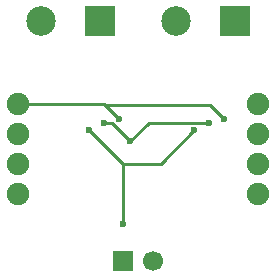
<source format=gbl>
G04 DipTrace 2.4.0.1*
%INfanexpansion.back.gbl*%
%MOIN*%
%ADD13C,0.01*%
%ADD19C,0.075*%
%ADD20R,0.0984X0.0984*%
%ADD21C,0.0984*%
%ADD24R,0.0669X0.0669*%
%ADD25C,0.0669*%
%ADD28C,0.0236*%
%FSLAX44Y44*%
G04*
G70*
G90*
G75*
G01*
%LNBottom*%
%LPD*%
X4812Y10812D2*
D13*
X7687D1*
X7711Y10788D1*
X8187Y10312D1*
X7711Y10788D2*
X11211D1*
X11687Y10312D1*
X8312Y6812D2*
Y8812D1*
X8303Y8821D1*
X7187Y9937D1*
X8303Y8821D2*
X9571D1*
X10687Y9937D1*
X7690Y10187D2*
X7937D1*
X8562Y9562D1*
X11190Y10187D2*
X9187D1*
X8562Y9562D1*
D28*
X8187Y10312D3*
X11687D3*
X8312Y6812D3*
X7187Y9937D3*
X10687D3*
X7690Y10187D3*
X8562Y9562D3*
X11190Y10187D3*
D19*
X12812Y7812D3*
Y8812D3*
Y9812D3*
Y10812D3*
X4812D3*
Y9812D3*
Y8812D3*
Y7812D3*
D20*
X7546Y13562D3*
D21*
X5578D3*
D20*
X12046D3*
D21*
X10078D3*
D24*
X8312Y5562D3*
D25*
X9312D3*
M02*

</source>
